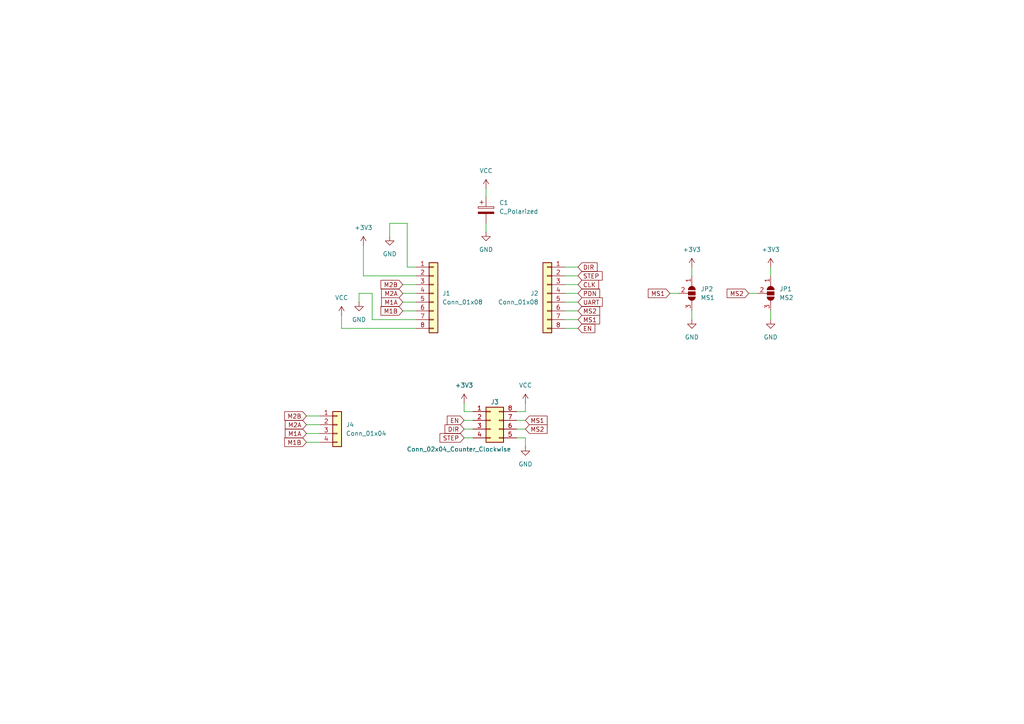
<source format=kicad_sch>
(kicad_sch (version 20231120) (generator "eeschema") (generator_version "8.0")
  (paper "A4")
  (lib_symbols
    (symbol "Connector_Generic:Conn_01x04" (pin_names (offset 1.016) hide)
      (property "Reference" "J" (at 0 5.08 0))
      (property "Value" "Conn_01x04" (at 0 -7.62 0))
      (symbol "Conn_01x04_1_1"
        (rectangle (start -1.27 -4.953) (end 0 -5.207) (stroke (width 0.1524)))
        (rectangle (start -1.27 -2.413) (end 0 -2.667) (stroke (width 0.1524)))
        (rectangle (start -1.27 0.127) (end 0 -0.127) (stroke (width 0.1524)))
        (rectangle (start -1.27 2.667) (end 0 2.413) (stroke (width 0.1524)))
        (rectangle (start -1.27 3.81) (end 1.27 -6.35) (stroke (width 0.254)) (fill (type background)))
        (pin passive line (at -5.08 2.54 0) (length 3.81) (name "Pin_1") (number "1"))
        (pin passive line (at -5.08 0 0) (length 3.81) (name "Pin_2") (number "2"))
        (pin passive line (at -5.08 -2.54 0) (length 3.81) (name "Pin_3") (number "3"))
        (pin passive line (at -5.08 -5.08 0) (length 3.81) (name "Pin_4") (number "4"))
      )
    )
    (symbol "Connector_Generic:Conn_01x08" (pin_names (offset 1.016) hide)
      (property "Reference" "J" (at 0 10.16 0))
      (property "Value" "Conn_01x08" (at 0 -12.7 0))
      (symbol "Conn_01x08_1_1"
        (rectangle (start -1.27 -10.033) (end 0 -10.287) (stroke (width 0.1524)))
        (rectangle (start -1.27 -7.493) (end 0 -7.747) (stroke (width 0.1524)))
        (rectangle (start -1.27 -4.953) (end 0 -5.207) (stroke (width 0.1524)))
        (rectangle (start -1.27 -2.413) (end 0 -2.667) (stroke (width 0.1524)))
        (rectangle (start -1.27 0.127) (end 0 -0.127) (stroke (width 0.1524)))
        (rectangle (start -1.27 2.667) (end 0 2.413) (stroke (width 0.1524)))
        (rectangle (start -1.27 5.207) (end 0 4.953) (stroke (width 0.1524)))
        (rectangle (start -1.27 7.747) (end 0 7.493) (stroke (width 0.1524)))
        (rectangle (start -1.27 8.89) (end 1.27 -11.43) (stroke (width 0.254)) (fill (type background)))
        (pin passive line (at -5.08 7.62 0) (length 3.81) (name "Pin_1") (number "1"))
        (pin passive line (at -5.08 5.08 0) (length 3.81) (name "Pin_2") (number "2"))
        (pin passive line (at -5.08 2.54 0) (length 3.81) (name "Pin_3") (number "3"))
        (pin passive line (at -5.08 0 0) (length 3.81) (name "Pin_4") (number "4"))
        (pin passive line (at -5.08 -2.54 0) (length 3.81) (name "Pin_5") (number "5"))
        (pin passive line (at -5.08 -5.08 0) (length 3.81) (name "Pin_6") (number "6"))
        (pin passive line (at -5.08 -7.62 0) (length 3.81) (name "Pin_7") (number "7"))
        (pin passive line (at -5.08 -10.16 0) (length 3.81) (name "Pin_8") (number "8"))
      )
    )
    (symbol "Connector_Generic:Conn_02x04_Counter_Clockwise" (pin_names (offset 1.016) hide)
      (property "Reference" "J" (at 1.27 5.08 0))
      (property "Value" "Conn_02x04_Counter_Clockwise" (at 1.27 -7.62 0))
      (symbol "Conn_02x04_Counter_Clockwise_1_1"
        (rectangle (start -1.27 -4.953) (end 0 -5.207) (stroke (width 0.1524)))
        (rectangle (start -1.27 -2.413) (end 0 -2.667) (stroke (width 0.1524)))
        (rectangle (start -1.27 0.127) (end 0 -0.127) (stroke (width 0.1524)))
        (rectangle (start -1.27 2.667) (end 0 2.413) (stroke (width 0.1524)))
        (rectangle (start -1.27 3.81) (end 3.81 -6.35) (stroke (width 0.254)) (fill (type background)))
        (rectangle (start 3.81 -4.953) (end 2.54 -5.207) (stroke (width 0.1524)))
        (rectangle (start 3.81 -2.413) (end 2.54 -2.667) (stroke (width 0.1524)))
        (rectangle (start 3.81 0.127) (end 2.54 -0.127) (stroke (width 0.1524)))
        (rectangle (start 3.81 2.667) (end 2.54 2.413) (stroke (width 0.1524)))
        (pin passive line (at -5.08 2.54 0) (length 3.81) (name "Pin_1") (number "1"))
        (pin passive line (at -5.08 0 0) (length 3.81) (name "Pin_2") (number "2"))
        (pin passive line (at -5.08 -2.54 0) (length 3.81) (name "Pin_3") (number "3"))
        (pin passive line (at -5.08 -5.08 0) (length 3.81) (name "Pin_4") (number "4"))
        (pin passive line (at 7.62 -5.08 180) (length 3.81) (name "Pin_5") (number "5"))
        (pin passive line (at 7.62 -2.54 180) (length 3.81) (name "Pin_6") (number "6"))
        (pin passive line (at 7.62 0 180) (length 3.81) (name "Pin_7") (number "7"))
        (pin passive line (at 7.62 2.54 180) (length 3.81) (name "Pin_8") (number "8"))
      )
    )
    (symbol "Device:C_Polarized" (pin_numbers hide) (pin_names (offset 0.254))
      (property "Reference" "C" (at 0.635 2.54 0))
      (property "Value" "C_Polarized" (at 0.635 -2.54 0))
      (symbol "C_Polarized_0_1"
        (rectangle (start -2.286 0.508) (end 2.286 1.016))
        (polyline (pts (xy -1.778 2.286) (xy -0.762 2.286)))
        (polyline (pts (xy -1.27 2.794) (xy -1.27 1.778)))
        (rectangle (start 2.286 -0.508) (end -2.286 -1.016) (fill (type outline)))
      )
      (symbol "C_Polarized_1_1"
        (pin passive line (at 0 3.81 270) (length 2.794) (name "~") (number "1"))
        (pin passive line (at 0 -3.81 90) (length 2.794) (name "~") (number "2"))
      )
    )
    (symbol "Jumper:SolderJumper_3_Open" (pin_names (offset 0) hide) (exclude_from_sim yes) (in_bom no)
      (property "Reference" "JP" (at -2.54 -2.54 0))
      (property "Value" "SolderJumper_3_Open" (at 0 2.794 0))
      (symbol "SolderJumper_3_Open_0_1"
        (arc (start -1.016 1.016) (mid -2.0276 0) (end -1.016 -1.016))
        (arc (start -1.016 1.016) (mid -2.0276 0) (end -1.016 -1.016) (fill (type outline)))
        (rectangle (start -0.508 1.016) (end 0.508 -1.016) (fill (type outline)))
        (polyline (pts (xy -2.54 0) (xy -2.032 0)))
        (polyline (pts (xy -1.016 1.016) (xy -1.016 -1.016)))
        (polyline (pts (xy 0 -1.27) (xy 0 -1.016)))
        (polyline (pts (xy 1.016 1.016) (xy 1.016 -1.016)))
        (polyline (pts (xy 2.54 0) (xy 2.032 0)))
        (arc (start 1.016 -1.016) (mid 2.0276 0) (end 1.016 1.016))
        (arc (start 1.016 -1.016) (mid 2.0276 0) (end 1.016 1.016) (fill (type outline)))
      )
      (symbol "SolderJumper_3_Open_1_1"
        (pin passive line (at -5.08 0 0) (length 2.54) (name "A") (number "1"))
        (pin passive line (at 0 -3.81 90) (length 2.54) (name "C") (number "2"))
        (pin passive line (at 5.08 0 180) (length 2.54) (name "B") (number "3"))
      )
    )
    (symbol "power:+3V3" (power) (pin_numbers hide) (pin_names (offset 0) hide)
      (property "Value" "+3V3" (at 0 3.556 0))
      (symbol "+3V3_0_1"
        (polyline (pts (xy -0.762 1.27) (xy 0 2.54)))
        (polyline (pts (xy 0 0) (xy 0 2.54)))
        (polyline (pts (xy 0 2.54) (xy 0.762 1.27)))
      )
      (symbol "+3V3_1_1"
        (pin power_in line (at 0 0 90) (length 0) (name "~") (number "1"))
      )
    )
    (symbol "power:GND" (power) (pin_numbers hide) (pin_names (offset 0) hide)
      (property "Value" "GND" (at 0 -3.81 0))
      (symbol "GND_0_1"
        (polyline (pts (xy 0 0) (xy 0 -1.27) (xy 1.27 -1.27) (xy 0 -2.54) (xy -1.27 -1.27) (xy 0 -1.27)))
      )
      (symbol "GND_1_1"
        (pin power_in line (at 0 0 270) (length 0) (name "~") (number "1"))
      )
    )
    (symbol "power:VCC" (power) (pin_numbers hide) (pin_names (offset 0) hide)
      (property "Value" "VCC" (at 0 3.556 0))
      (symbol "VCC_0_1"
        (polyline (pts (xy -0.762 1.27) (xy 0 2.54)))
        (polyline (pts (xy 0 0) (xy 0 2.54)))
        (polyline (pts (xy 0 2.54) (xy 0.762 1.27)))
      )
      (symbol "VCC_1_1"
        (pin power_in line (at 0 0 90) (length 0) (name "~") (number "1"))
      )
    )
  )
  (wire (pts (xy 200.66 90.17) (xy 200.66 92.71)))
  (wire (pts (xy 88.9 123.19) (xy 92.71 123.19)))
  (wire (pts (xy 134.62 119.38) (xy 137.16 119.38)))
  (wire (pts (xy 120.65 77.47) (xy 118.11 77.47)))
  (wire (pts (xy 163.83 85.09) (xy 167.64 85.09)))
  (wire (pts (xy 163.83 92.71) (xy 167.64 92.71)))
  (wire (pts (xy 105.41 80.01) (xy 120.65 80.01)))
  (wire (pts (xy 134.62 127) (xy 137.16 127)))
  (wire (pts (xy 163.83 77.47) (xy 167.64 77.47)))
  (wire (pts (xy 107.95 85.09) (xy 107.95 92.71)))
  (wire (pts (xy 149.86 121.92) (xy 152.4 121.92)))
  (wire (pts (xy 163.83 80.01) (xy 167.64 80.01)))
  (wire (pts (xy 152.4 127) (xy 152.4 129.54)))
  (wire (pts (xy 105.41 71.12) (xy 105.41 80.01)))
  (wire (pts (xy 163.83 87.63) (xy 167.64 87.63)))
  (wire (pts (xy 149.86 119.38) (xy 152.4 119.38)))
  (wire (pts (xy 217.17 85.09) (xy 219.71 85.09)))
  (wire (pts (xy 140.97 64.77) (xy 140.97 67.31)))
  (wire (pts (xy 163.83 90.17) (xy 167.64 90.17)))
  (wire (pts (xy 163.83 95.25) (xy 167.64 95.25)))
  (wire (pts (xy 152.4 119.38) (xy 152.4 116.84)))
  (wire (pts (xy 134.62 124.46) (xy 137.16 124.46)))
  (wire (pts (xy 223.52 90.17) (xy 223.52 92.71)))
  (wire (pts (xy 118.11 64.77) (xy 113.03 64.77)))
  (wire (pts (xy 149.86 127) (xy 152.4 127)))
  (wire (pts (xy 99.06 95.25) (xy 120.65 95.25)))
  (wire (pts (xy 116.84 90.17) (xy 120.65 90.17)))
  (wire (pts (xy 118.11 77.47) (xy 118.11 64.77)))
  (wire (pts (xy 99.06 91.44) (xy 99.06 95.25)))
  (wire (pts (xy 194.31 85.09) (xy 196.85 85.09)))
  (wire (pts (xy 134.62 121.92) (xy 137.16 121.92)))
  (wire (pts (xy 88.9 120.65) (xy 92.71 120.65)))
  (wire (pts (xy 163.83 82.55) (xy 167.64 82.55)))
  (wire (pts (xy 149.86 124.46) (xy 152.4 124.46)))
  (wire (pts (xy 140.97 54.61) (xy 140.97 57.15)))
  (wire (pts (xy 116.84 82.55) (xy 120.65 82.55)))
  (wire (pts (xy 200.66 77.47) (xy 200.66 80.01)))
  (wire (pts (xy 223.52 77.47) (xy 223.52 80.01)))
  (wire (pts (xy 104.14 87.63) (xy 104.14 85.09)))
  (wire (pts (xy 134.62 116.84) (xy 134.62 119.38)))
  (wire (pts (xy 104.14 85.09) (xy 107.95 85.09)))
  (wire (pts (xy 107.95 92.71) (xy 120.65 92.71)))
  (wire (pts (xy 88.9 125.73) (xy 92.71 125.73)))
  (wire (pts (xy 113.03 64.77) (xy 113.03 68.58)))
  (wire (pts (xy 116.84 85.09) (xy 120.65 85.09)))
  (wire (pts (xy 88.9 128.27) (xy 92.71 128.27)))
  (wire (pts (xy 116.84 87.63) (xy 120.65 87.63)))
  (global_label "M1B" (shape input) (at 116.84 90.17 180) (property "Intersheetrefs" "${INTERSHEET_REFS}" (effects (hide yes))))
  (global_label "M2A" (shape input) (at 116.84 85.09 180) (property "Intersheetrefs" "${INTERSHEET_REFS}" (effects (hide yes))))
  (global_label "M1A" (shape input) (at 116.84 87.63 180) (property "Intersheetrefs" "${INTERSHEET_REFS}" (effects (hide yes))))
  (global_label "M2B" (shape input) (at 116.84 82.55 180) (property "Intersheetrefs" "${INTERSHEET_REFS}" (effects (hide yes))))
  (global_label "CLK" (shape input) (at 167.64 82.55 0) (property "Intersheetrefs" "${INTERSHEET_REFS}" (effects (hide yes))))
  (global_label "MS1" (shape input) (at 152.4 121.92 0) (property "Intersheetrefs" "${INTERSHEET_REFS}" (effects (hide yes))))
  (global_label "STEP" (shape input) (at 167.64 80.01 0) (property "Intersheetrefs" "${INTERSHEET_REFS}" (effects (hide yes))))
  (global_label "UART" (shape input) (at 167.64 87.63 0) (property "Intersheetrefs" "${INTERSHEET_REFS}" (effects (hide yes))))
  (global_label "M1A" (shape input) (at 88.9 125.73 180) (property "Intersheetrefs" "${INTERSHEET_REFS}" (effects (hide yes))))
  (global_label "MS2" (shape input) (at 217.17 85.09 180) (property "Intersheetrefs" "${INTERSHEET_REFS}" (effects (hide yes))))
  (global_label "DIR" (shape input) (at 134.62 124.46 180) (property "Intersheetrefs" "${INTERSHEET_REFS}" (effects (hide yes))))
  (global_label "M2A" (shape input) (at 88.9 123.19 180) (property "Intersheetrefs" "${INTERSHEET_REFS}" (effects (hide yes))))
  (global_label "MS2" (shape input) (at 167.64 90.17 0) (property "Intersheetrefs" "${INTERSHEET_REFS}" (effects (hide yes))))
  (global_label "EN" (shape input) (at 134.62 121.92 180) (property "Intersheetrefs" "${INTERSHEET_REFS}" (effects (hide yes))))
  (global_label "M1B" (shape input) (at 88.9 128.27 180) (property "Intersheetrefs" "${INTERSHEET_REFS}" (effects (hide yes))))
  (global_label "STEP" (shape input) (at 134.62 127 180) (property "Intersheetrefs" "${INTERSHEET_REFS}" (effects (hide yes))))
  (global_label "M2B" (shape input) (at 88.9 120.65 180) (property "Intersheetrefs" "${INTERSHEET_REFS}" (effects (hide yes))))
  (global_label "DIR" (shape input) (at 167.64 77.47 0) (property "Intersheetrefs" "${INTERSHEET_REFS}" (effects (hide yes))))
  (global_label "MS1" (shape input) (at 167.64 92.71 0) (property "Intersheetrefs" "${INTERSHEET_REFS}" (effects (hide yes))))
  (global_label "PDN" (shape input) (at 167.64 85.09 0) (property "Intersheetrefs" "${INTERSHEET_REFS}" (effects (hide yes))))
  (global_label "MS1" (shape input) (at 194.31 85.09 180) (property "Intersheetrefs" "${INTERSHEET_REFS}" (effects (hide yes))))
  (global_label "MS2" (shape input) (at 152.4 124.46 0) (property "Intersheetrefs" "${INTERSHEET_REFS}" (effects (hide yes))))
  (global_label "EN" (shape input) (at 167.64 95.25 0) (property "Intersheetrefs" "${INTERSHEET_REFS}" (effects (hide yes))))
  (symbol (lib_id "Jumper:SolderJumper_3_Open") (at 223.52 85.09 270) (unit 1) (exclude_from_sim yes) (in_bom no)
    (property "Reference" "JP1" (at 226.06 83.8199 90) (effects (justify left)))
    (property "Value" "MS2" (at 226.06 86.3599 90) (effects (justify left)))
    (property "Footprint" "Jumper:SolderJumper-3_P1.3mm_Open_Pad1.0x1.5mm" (effects (hide yes)))
    (property "Description" "Solder Jumper, 3-pole, open" (effects (hide yes)))
  )
  (symbol (lib_id "power:+3V3") (at 200.66 77.47 0) (unit 1)
    (property "Reference" "#PWR09" (effects (hide yes)))
    (property "Value" "+3V3" (at 200.66 72.39 0))
    (property "Description" "Power symbol creates a global label with name \"+3V3\"" (effects (hide yes)))
  )
  (symbol (lib_id "power:GND") (at 152.4 129.54 0) (unit 1)
    (property "Reference" "#PWR013" (effects (hide yes)))
    (property "Value" "GND" (at 152.4 134.62 0))
    (property "Description" "Power symbol creates a global label with name \"GND\" , ground" (effects (hide yes)))
  )
  (symbol (lib_id "power:VCC") (at 99.06 91.44 0) (unit 1)
    (property "Reference" "#PWR02" (effects (hide yes)))
    (property "Value" "VCC" (at 99.06 86.36 0))
    (property "Description" "Power symbol creates a global label with name \"VCC\"" (effects (hide yes)))
  )
  (symbol (lib_id "Device:C_Polarized") (at 140.97 60.96 0) (unit 1)
    (property "Reference" "C1" (at 144.78 58.8009 0) (effects (justify left)))
    (property "Value" "C_Polarized" (at 144.78 61.3409 0) (effects (justify left)))
    (property "Footprint" "Capacitor_THT:CP_Radial_D13.0mm_P7.50mm" (effects (hide yes)))
    (property "Description" "Polarized capacitor" (effects (hide yes)))
  )
  (symbol (lib_id "power:GND") (at 113.03 68.58 0) (unit 1)
    (property "Reference" "#PWR01" (effects (hide yes)))
    (property "Value" "GND" (at 113.03 73.66 0))
    (property "Description" "Power symbol creates a global label with name \"GND\" , ground" (effects (hide yes)))
  )
  (symbol (lib_id "Jumper:SolderJumper_3_Open") (at 200.66 85.09 270) (unit 1) (exclude_from_sim yes) (in_bom no)
    (property "Reference" "JP2" (at 203.2 83.8199 90) (effects (justify left)))
    (property "Value" "MS1" (at 203.2 86.3599 90) (effects (justify left)))
    (property "Footprint" "Jumper:SolderJumper-3_P1.3mm_Open_Pad1.0x1.5mm" (effects (hide yes)))
    (property "Description" "Solder Jumper, 3-pole, open" (effects (hide yes)))
  )
  (symbol (lib_id "power:GND") (at 223.52 92.71 0) (unit 1)
    (property "Reference" "#PWR08" (effects (hide yes)))
    (property "Value" "GND" (at 223.52 97.79 0))
    (property "Description" "Power symbol creates a global label with name \"GND\" , ground" (effects (hide yes)))
  )
  (symbol (lib_id "power:+3V3") (at 105.41 71.12 0) (unit 1)
    (property "Reference" "#PWR03" (effects (hide yes)))
    (property "Value" "+3V3" (at 105.41 66.04 0))
    (property "Description" "Power symbol creates a global label with name \"+3V3\"" (effects (hide yes)))
  )
  (symbol (lib_id "Connector_Generic:Conn_01x04") (at 97.79 123.19 0) (unit 1)
    (property "Reference" "J4" (at 100.33 123.1899 0) (effects (justify left)))
    (property "Value" "Conn_01x04" (at 100.33 125.7299 0) (effects (justify left)))
    (property "Footprint" "Connector_JST:JST_EH_B4B-EH-A_1x04_P2.50mm_Vertical" (effects (hide yes)))
    (property "Description" "Generic connector, single row, 01x04, script generated (kicad-library-utils/schlib/autogen/connector/)" (effects (hide yes)))
  )
  (symbol (lib_id "power:GND") (at 104.14 87.63 0) (unit 1)
    (property "Reference" "#PWR04" (effects (hide yes)))
    (property "Value" "GND" (at 104.14 92.71 0))
    (property "Description" "Power symbol creates a global label with name \"GND\" , ground" (effects (hide yes)))
  )
  (symbol (lib_id "power:+3V3") (at 223.52 77.47 0) (unit 1)
    (property "Reference" "#PWR010" (effects (hide yes)))
    (property "Value" "+3V3" (at 223.52 72.39 0))
    (property "Description" "Power symbol creates a global label with name \"+3V3\"" (effects (hide yes)))
  )
  (symbol (lib_id "Connector_Generic:Conn_01x08") (at 158.75 85.09 0) (mirror y) (unit 1)
    (property "Reference" "J2" (at 156.21 85.0899 0) (effects (justify left)))
    (property "Value" "Conn_01x08" (at 156.21 87.6299 0) (effects (justify left)))
    (property "Footprint" "Connector_PinSocket_2.54mm:PinSocket_1x08_P2.54mm_Vertical" (effects (hide yes)))
    (property "Description" "Generic connector, single row, 01x08, script generated (kicad-library-utils/schlib/autogen/connector/)" (effects (hide yes)))
  )
  (symbol (lib_id "Connector_Generic:Conn_01x08") (at 125.73 85.09 0) (unit 1)
    (property "Reference" "J1" (at 128.27 85.0899 0) (effects (justify left)))
    (property "Value" "Conn_01x08" (at 128.27 87.6299 0) (effects (justify left)))
    (property "Footprint" "Connector_PinSocket_2.54mm:PinSocket_1x08_P2.54mm_Vertical" (effects (hide yes)))
    (property "Description" "Generic connector, single row, 01x08, script generated (kicad-library-utils/schlib/autogen/connector/)" (effects (hide yes)))
  )
  (symbol (lib_id "power:VCC") (at 140.97 54.61 0) (unit 1)
    (property "Reference" "#PWR05" (effects (hide yes)))
    (property "Value" "VCC" (at 140.97 49.53 0))
    (property "Description" "Power symbol creates a global label with name \"VCC\"" (effects (hide yes)))
  )
  (symbol (lib_id "power:GND") (at 200.66 92.71 0) (unit 1)
    (property "Reference" "#PWR07" (effects (hide yes)))
    (property "Value" "GND" (at 200.66 97.79 0))
    (property "Description" "Power symbol creates a global label with name \"GND\" , ground" (effects (hide yes)))
  )
  (symbol (lib_id "power:+3V3") (at 134.62 116.84 0) (unit 1)
    (property "Reference" "#PWR011" (effects (hide yes)))
    (property "Value" "+3V3" (at 134.62 111.76 0))
    (property "Description" "Power symbol creates a global label with name \"+3V3\"" (effects (hide yes)))
  )
  (symbol (lib_id "Connector_Generic:Conn_02x04_Counter_Clockwise") (at 142.24 121.92 0) (unit 1)
    (property "Reference" "J3" (at 143.51 116.586 0))
    (property "Value" "Conn_02x04_Counter_Clockwise" (at 133.096 130.302 0))
    (property "Footprint" "Connector_IDC:IDC-Header_2x04_P2.54mm_Vertical" (effects (hide yes)))
    (property "Description" "Generic connector, double row, 02x04, counter clockwise pin numbering scheme (similar to DIP package numbering), script generated (kicad-library-utils/schlib/autogen/connector/)" (effects (hide yes)))
  )
  (symbol (lib_id "power:VCC") (at 152.4 116.84 0) (unit 1)
    (property "Reference" "#PWR012" (effects (hide yes)))
    (property "Value" "VCC" (at 152.4 111.76 0))
    (property "Description" "Power symbol creates a global label with name \"VCC\"" (effects (hide yes)))
  )
  (symbol (lib_id "power:GND") (at 140.97 67.31 0) (unit 1)
    (property "Reference" "#PWR06" (effects (hide yes)))
    (property "Value" "GND" (at 140.97 72.39 0))
    (property "Description" "Power symbol creates a global label with name \"GND\" , ground" (effects (hide yes)))
  )
)
</source>
